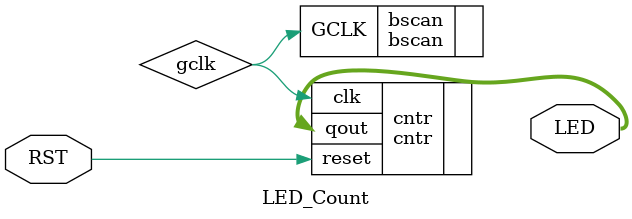
<source format=v>
`timescale 1ns / 1ps

module LED_Count(   input RST, 
                    output[7:0] LED
                 );

    wire gclk;
    
    bscan bscan(
                  .GCLK (gclk)
                  );
    
    cntr cntr(
                  .clk(gclk),
                  .reset (RST),
                  .qout (LED)
              );

endmodule

</source>
